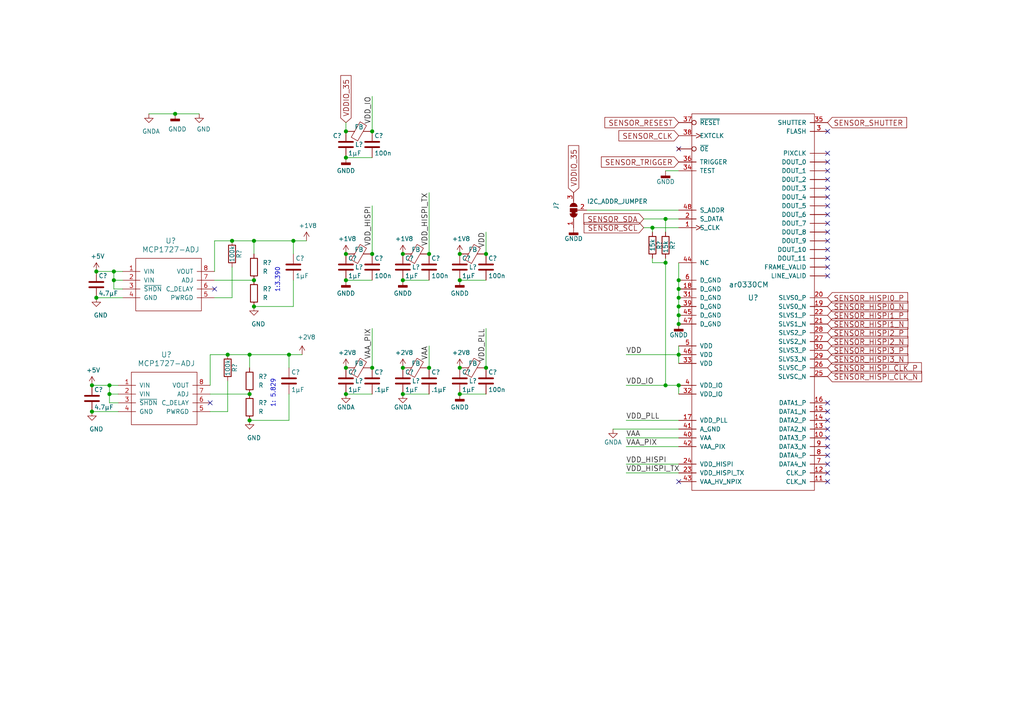
<source format=kicad_sch>
(kicad_sch (version 20201015) (generator eeschema)
  (paper "A4")
  (lib_symbols
    (symbol "Device:C" (pin_numbers hide) (pin_names (offset 0.254))
      (property "Reference" "C" (at 0.635 2.54 0))
      (property "Value" "C" (at 0.635 -2.54 0))
      (symbol "C_0_1"
        (polyline (pts (xy -2.032 -0.762) (xy 2.032 -0.762)) (stroke (width 0.508)))
        (polyline (pts (xy -2.032 0.762) (xy 2.032 0.762)) (stroke (width 0.508)))
      )
      (symbol "C_1_1"
        (pin passive line (at 0 3.81 270) (length 2.794) (name "~") (number "1"))
        (pin passive line (at 0 -3.81 90) (length 2.794) (name "~") (number "2"))
      )
    )
    (symbol "Device:FerriteBead" (pin_numbers hide) (pin_names (offset 0))
      (property "Reference" "FB" (at -3.81 0.635 90))
      (property "Value" "FerriteBead" (at 3.81 0 90))
      (symbol "FerriteBead_0_1"
        (polyline (pts (xy 0 -1.27) (xy 0 -1.2192)))
        (polyline (pts (xy 0 1.27) (xy 0 1.2954)))
        (polyline (pts (xy -2.7686 0.4064) (xy -1.7018 2.2606) (xy 2.7686 -0.3048) (xy 1.6764 -2.159) (xy -2.7686 0.4064)))
      )
      (symbol "FerriteBead_1_1"
        (pin passive line (at 0 3.81 270) (length 2.54) (name "~") (number "1"))
        (pin passive line (at 0 -3.81 90) (length 2.54) (name "~") (number "2"))
      )
    )
    (symbol "Device:R" (pin_numbers hide) (pin_names (offset 0))
      (property "Reference" "R" (at 2.032 0 90))
      (property "Value" "R" (at 0 0 90))
      (symbol "R_0_1"
        (rectangle (start -1.016 -2.54) (end 1.016 2.54) (stroke (width 0.254)))
      )
      (symbol "R_1_1"
        (pin passive line (at 0 3.81 270) (length 1.27) (name "~") (number "1"))
        (pin passive line (at 0 -3.81 90) (length 1.27) (name "~") (number "2"))
      )
    )
    (symbol "Jumper:SolderJumper_3_Bridged12" (pin_names (offset 0) hide)
      (property "Reference" "JP" (at -2.54 -2.54 0))
      (property "Value" "SolderJumper_3_Bridged12" (at 0 2.794 0))
      (symbol "SolderJumper_3_Bridged12_0_1"
        (arc (start -1.016 1.016) (end -1.016 -1.016) (radius (at -1.016 0) (length 1.016) (angles 90.1 -90.1)))
        (arc (start -1.016 1.016) (end -1.016 -1.016) (radius (at -1.016 0) (length 1.016) (angles 90.1 -90.1)) (fill (type outline)))
        (arc (start 1.016 -1.016) (end 1.016 1.016) (radius (at 1.016 0) (length 1.016) (angles -89.9 89.9)))
        (arc (start 1.016 -1.016) (end 1.016 1.016) (radius (at 1.016 0) (length 1.016) (angles -89.9 89.9)) (fill (type outline)))
        (rectangle (start -1.016 0.508) (end -0.508 -0.508) (fill (type outline)))
        (rectangle (start -0.508 1.016) (end 0.508 -1.016) (fill (type outline)))
        (polyline (pts (xy -2.54 0) (xy -2.032 0)))
        (polyline (pts (xy -1.016 1.016) (xy -1.016 -1.016)))
        (polyline (pts (xy 0 -1.27) (xy 0 -1.016)))
        (polyline (pts (xy 1.016 1.016) (xy 1.016 -1.016)))
        (polyline (pts (xy 2.54 0) (xy 2.032 0)))
      )
      (symbol "SolderJumper_3_Bridged12_1_1"
        (pin passive line (at -5.08 0 0) (length 2.54) (name "A") (number "1"))
        (pin input line (at 0 -3.81 90) (length 2.54) (name "C") (number "2"))
        (pin passive line (at 5.08 0 180) (length 2.54) (name "B") (number "3"))
      )
    )
    (symbol "ar0330cm:ar0330CM" (pin_names (offset 1.016))
      (property "Reference" "U" (at 0 1.27 0))
      (property "Value" "ar0330CM" (at -1.27 5.08 0))
      (symbol "ar0330CM_0_1"
        (rectangle (start -17.78 54.61) (end 17.78 -54.61))
      )
      (symbol "ar0330CM_1_1"
        (pin input clock (at -21.59 21.59 0) (length 5.08) (name "S_CLK") (number "1"))
        (pin bidirectional line (at -21.59 24.13 0) (length 5.08) (name "S_DATA") (number "2"))
        (pin output line (at 21.59 49.53 180) (length 5.08) (name "FLASH") (number "3"))
        (pin power_in line (at -21.59 -24.13 0) (length 5.08) (name "VDD_IO") (number "4"))
        (pin power_in line (at -21.59 -12.7 0) (length 5.08) (name "VDD") (number "5"))
        (pin power_in line (at -21.59 6.35 0) (length 5.08) (name "D_GND") (number "6"))
        (pin output line (at 21.59 -46.99 180) (length 5.08) (name "DATA4_N") (number "7"))
        (pin output line (at 21.59 -44.45 180) (length 5.08) (name "DATA4_P") (number "8"))
        (pin output line (at 21.59 -41.91 180) (length 5.08) (name "DATA3_N") (number "9"))
        (pin output line (at 21.59 40.64 180) (length 5.08) (name "DOUT_0") (number "~"))
        (pin output line (at 21.59 38.1 180) (length 5.08) (name "DOUT_1") (number "~"))
        (pin output line (at 21.59 15.24 180) (length 5.08) (name "DOUT_10") (number "~"))
        (pin output line (at 21.59 12.7 180) (length 5.08) (name "DOUT_11") (number "~"))
        (pin output line (at 21.59 35.56 180) (length 5.08) (name "DOUT_2") (number "~"))
        (pin output line (at 21.59 33.02 180) (length 5.08) (name "DOUT_3") (number "~"))
        (pin output line (at 21.59 30.48 180) (length 5.08) (name "DOUT_4") (number "~"))
        (pin output line (at 21.59 27.94 180) (length 5.08) (name "DOUT_5") (number "~"))
        (pin output line (at 21.59 25.4 180) (length 5.08) (name "DOUT_6") (number "~"))
        (pin output line (at 21.59 22.86 180) (length 5.08) (name "DOUT_7") (number "~"))
        (pin output line (at 21.59 20.32 180) (length 5.08) (name "DOUT_8") (number "~"))
        (pin output line (at 21.59 17.78 180) (length 5.08) (name "DOUT_9") (number "~"))
        (pin output line (at 21.59 10.16 180) (length 5.08) (name "FRAME_VALID") (number "~"))
        (pin output line (at 21.59 7.62 180) (length 5.08) (name "LINE_VALID") (number "~"))
        (pin output line (at 21.59 43.18 180) (length 5.08) (name "PIXCLK") (number "~"))
        (pin unconnected inverted (at -21.59 44.45 0) (length 5.08) (name "~OE") (number "~"))
        (pin output line (at 21.59 -39.37 180) (length 5.08) (name "DATA3_P") (number "10"))
        (pin output line (at 21.59 1.27 180) (length 5.08) (name "SLVS0_P") (number "20"))
        (pin output line (at 21.59 -13.97 180) (length 5.08) (name "SLVS3_P") (number "30"))
        (pin power_in line (at -21.59 -39.37 0) (length 5.08) (name "VAA") (number "40"))
        (pin output line (at 21.59 -52.07 180) (length 5.08) (name "CLK_N") (number "11"))
        (pin output line (at 21.59 -6.35 180) (length 5.08) (name "SLVS1_N") (number "21"))
        (pin power_in line (at -21.59 1.27 0) (length 5.08) (name "D_GND") (number "31"))
        (pin power_in line (at -21.59 -36.83 0) (length 5.08) (name "A_GND") (number "41"))
        (pin output line (at 21.59 -49.53 180) (length 5.08) (name "CLK_P") (number "12"))
        (pin output line (at 21.59 -3.81 180) (length 5.08) (name "SLVS1_P") (number "22"))
        (pin power_in line (at -21.59 -26.67 0) (length 5.08) (name "VDD_IO") (number "32"))
        (pin power_in line (at -21.59 -41.91 0) (length 5.08) (name "VAA_PIX") (number "42"))
        (pin output line (at 21.59 -36.83 180) (length 5.08) (name "DATA2_N") (number "13"))
        (pin power_in line (at -21.59 -49.53 0) (length 5.08) (name "VDD_HISPI_TX") (number "23"))
        (pin power_in line (at -21.59 -17.78 0) (length 5.08) (name "VDD") (number "33"))
        (pin power_in line (at -21.59 -52.07 0) (length 5.08) (name "VAA_HV_NPIX") (number "43"))
        (pin output line (at 21.59 -34.29 180) (length 5.08) (name "DATA2_P") (number "14"))
        (pin power_in line (at -21.59 -46.99 0) (length 5.08) (name "VDD_HISPI") (number "24"))
        (pin input line (at -21.59 38.1 0) (length 5.08) (name "TEST") (number "34"))
        (pin power_in line (at -21.59 11.43 0) (length 5.08) (name "NC") (number "44"))
        (pin output line (at 21.59 -31.75 180) (length 5.08) (name "DATA1_N") (number "15"))
        (pin output line (at 21.59 -21.59 180) (length 5.08) (name "SLVSC_N") (number "25"))
        (pin output line (at 21.59 52.07 180) (length 5.08) (name "SHUTTER") (number "35"))
        (pin power_in line (at -21.59 -3.81 0) (length 5.08) (name "D_GND") (number "45"))
        (pin output line (at 21.59 -29.21 180) (length 5.08) (name "DATA1_P") (number "16"))
        (pin output line (at 21.59 -19.05 180) (length 5.08) (name "SLVSC_P") (number "26"))
        (pin input line (at -21.59 40.64 0) (length 5.08) (name "TRIGGER") (number "36"))
        (pin power_in line (at -21.59 -15.24 0) (length 5.08) (name "VDD") (number "46"))
        (pin power_in line (at -21.59 -34.29 0) (length 5.08) (name "VDD_PLL") (number "17"))
        (pin output line (at 21.59 -11.43 180) (length 5.08) (name "SLVS2_N") (number "27"))
        (pin input inverted (at -21.59 52.07 0) (length 5.08) (name "~RESET") (number "37"))
        (pin power_in line (at -21.59 -6.35 0) (length 5.08) (name "D_GND") (number "47"))
        (pin power_in line (at -21.59 3.81 0) (length 5.08) (name "D_GND") (number "18"))
        (pin output line (at 21.59 -8.89 180) (length 5.08) (name "SLVS2_P") (number "28"))
        (pin input clock (at -21.59 48.26 0) (length 5.08) (name "EXTCLK") (number "38"))
        (pin input line (at -21.59 26.67 0) (length 5.08) (name "S_ADDR") (number "48"))
        (pin output line (at 21.59 -1.27 180) (length 5.08) (name "SLVS0_N") (number "19"))
        (pin output line (at 21.59 -16.51 180) (length 5.08) (name "SLVS3_N") (number "29"))
        (pin power_in line (at -21.59 -1.27 0) (length 5.08) (name "D_GND") (number "39"))
      )
    )
    (symbol "parts:MCP1727-ADJ" (pin_names (offset 1.016))
      (property "Reference" "U" (at 0 -8.89 0))
      (property "Value" "MCP1727-ADJ" (at 0 8.89 0))
      (symbol "MCP1727-ADJ_0_1"
        (rectangle (start -8.89 7.62) (end 10.16 -7.62))
      )
      (symbol "MCP1727-ADJ_1_1"
        (pin power_in line (at -12.7 3.81 0) (length 5.08) (name "VIN") (number "1"))
        (pin power_in line (at -12.7 1.27 0) (length 5.08) (name "VIN") (number "2"))
        (pin input line (at -12.7 -1.27 0) (length 5.08) (name "~SHDN") (number "3"))
        (pin power_in line (at -12.7 -3.81 0) (length 5.08) (name "GND") (number "4"))
        (pin output line (at 13.97 -3.81 180) (length 5.08) (name "PWRGD") (number "5"))
        (pin input line (at 13.97 -1.27 180) (length 5.08) (name "C_DELAY") (number "6"))
        (pin input line (at 13.97 1.27 180) (length 5.08) (name "ADJ") (number "7"))
        (pin power_out line (at 13.97 3.81 180) (length 5.08) (name "VOUT") (number "8"))
      )
    )
    (symbol "power:+1V8" (power) (pin_names (offset 0))
      (property "Value" "+1V8" (at 0 3.556 0))
      (symbol "+1V8_0_1"
        (polyline (pts (xy -0.762 1.27) (xy 0 2.54)))
        (polyline (pts (xy 0 0) (xy 0 2.54)))
        (polyline (pts (xy 0 2.54) (xy 0.762 1.27)))
      )
      (symbol "+1V8_1_1"
        (pin power_in line (at 0 0 90) (length 0) hide (name "+1V8") (number "1"))
      )
    )
    (symbol "power:+2V8" (power) (pin_names (offset 0))
      (property "Value" "+2V8" (at 0 3.556 0))
      (symbol "+2V8_0_1"
        (polyline (pts (xy -0.762 1.27) (xy 0 2.54)))
        (polyline (pts (xy 0 0) (xy 0 2.54)))
        (polyline (pts (xy 0 2.54) (xy 0.762 1.27)))
      )
      (symbol "+2V8_1_1"
        (pin power_in line (at 0 0 90) (length 0) hide (name "+2V8") (number "1"))
      )
    )
    (symbol "power:+5V" (power) (pin_names (offset 0))
      (property "Value" "+5V" (at 0 3.556 0))
      (symbol "+5V_0_1"
        (polyline (pts (xy -0.762 1.27) (xy 0 2.54)))
        (polyline (pts (xy 0 0) (xy 0 2.54)))
        (polyline (pts (xy 0 2.54) (xy 0.762 1.27)))
      )
      (symbol "+5V_1_1"
        (pin power_in line (at 0 0 90) (length 0) hide (name "+5V") (number "1"))
      )
    )
    (symbol "power:GND" (power) (pin_names (offset 0))
      (property "Value" "GND" (at 0 -3.81 0))
      (symbol "GND_0_1"
        (polyline (pts (xy 0 0) (xy 0 -1.27) (xy 1.27 -1.27) (xy 0 -2.54) (xy -1.27 -1.27) (xy 0 -1.27)))
      )
      (symbol "GND_1_1"
        (pin power_in line (at 0 0 270) (length 0) hide (name "GND") (number "1"))
      )
    )
    (symbol "power:GNDA" (power) (pin_names (offset 0))
      (property "Value" "GNDA" (at 0 -3.81 0))
      (symbol "GNDA_0_1"
        (polyline (pts (xy 0 0) (xy 0 -1.27) (xy 1.27 -1.27) (xy 0 -2.54) (xy -1.27 -1.27) (xy 0 -1.27)))
      )
      (symbol "GNDA_1_1"
        (pin power_in line (at 0 0 270) (length 0) hide (name "GNDA") (number "1"))
      )
    )
    (symbol "power:GNDD" (power) (pin_names (offset 0))
      (property "Value" "GNDD" (at 0 -3.175 0))
      (symbol "GNDD_0_1"
        (rectangle (start -1.27 -1.524) (end 1.27 -2.032) (stroke (width 0.254)) (fill (type outline)))
        (polyline (pts (xy 0 0) (xy 0 -1.524)))
      )
      (symbol "GNDD_1_1"
        (pin power_in line (at 0 0 270) (length 0) hide (name "GNDD") (number "1"))
      )
    )
  )
  (junction (at 26.67 111.76) (diameter 1.016))
  (junction (at 26.67 119.38) (diameter 1.016))
  (junction (at 27.94 78.74) (diameter 1.016))
  (junction (at 27.94 86.36) (diameter 1.016))
  (junction (at 31.75 111.76) (diameter 1.016))
  (junction (at 31.75 114.3) (diameter 1.016))
  (junction (at 33.02 78.74) (diameter 1.016))
  (junction (at 33.02 81.28) (diameter 1.016))
  (junction (at 50.8 33.02) (diameter 1.016))
  (junction (at 66.04 102.87) (diameter 1.016))
  (junction (at 67.31 69.85) (diameter 1.016))
  (junction (at 72.39 102.87) (diameter 1.016))
  (junction (at 72.39 114.3) (diameter 1.016))
  (junction (at 72.39 121.92) (diameter 1.016))
  (junction (at 73.66 69.85) (diameter 1.016))
  (junction (at 73.66 81.28) (diameter 1.016))
  (junction (at 73.66 88.9) (diameter 1.016))
  (junction (at 83.82 102.87) (diameter 1.016))
  (junction (at 85.09 69.85) (diameter 1.016))
  (junction (at 100.33 38.1) (diameter 1.016))
  (junction (at 100.33 45.72) (diameter 1.016))
  (junction (at 100.33 73.66) (diameter 1.016))
  (junction (at 100.33 81.28) (diameter 1.016))
  (junction (at 100.33 106.68) (diameter 1.016))
  (junction (at 100.33 114.3) (diameter 1.016))
  (junction (at 107.95 38.1) (diameter 1.016))
  (junction (at 107.95 73.66) (diameter 1.016))
  (junction (at 107.95 106.68) (diameter 1.016))
  (junction (at 116.84 73.66) (diameter 1.016))
  (junction (at 116.84 81.28) (diameter 1.016))
  (junction (at 116.84 106.68) (diameter 1.016))
  (junction (at 116.84 114.3) (diameter 1.016))
  (junction (at 124.46 73.66) (diameter 1.016))
  (junction (at 124.46 106.68) (diameter 1.016))
  (junction (at 133.35 73.66) (diameter 1.016))
  (junction (at 133.35 81.28) (diameter 1.016))
  (junction (at 133.35 106.68) (diameter 1.016))
  (junction (at 133.35 114.3) (diameter 1.016))
  (junction (at 140.97 73.66) (diameter 1.016))
  (junction (at 140.97 106.68) (diameter 1.016))
  (junction (at 189.23 66.04) (diameter 1.016))
  (junction (at 193.04 63.5) (diameter 1.016))
  (junction (at 193.04 76.2) (diameter 1.016))
  (junction (at 193.04 111.76) (diameter 1.016))
  (junction (at 196.85 81.28) (diameter 1.016))
  (junction (at 196.85 83.82) (diameter 1.016))
  (junction (at 196.85 86.36) (diameter 1.016))
  (junction (at 196.85 88.9) (diameter 1.016))
  (junction (at 196.85 91.44) (diameter 1.016))
  (junction (at 196.85 93.98) (diameter 1.016))
  (junction (at 196.85 102.87) (diameter 1.016))
  (junction (at 196.85 111.76) (diameter 1.016))
  (no_connect (at 60.96 116.84))
  (no_connect (at 62.23 83.82))
  (no_connect (at 196.85 43.18))
  (no_connect (at 196.85 139.7))
  (no_connect (at 240.03 38.1))
  (no_connect (at 240.03 44.45))
  (no_connect (at 240.03 46.99))
  (no_connect (at 240.03 49.53))
  (no_connect (at 240.03 52.07))
  (no_connect (at 240.03 54.61))
  (no_connect (at 240.03 57.15))
  (no_connect (at 240.03 59.69))
  (no_connect (at 240.03 62.23))
  (no_connect (at 240.03 64.77))
  (no_connect (at 240.03 67.31))
  (no_connect (at 240.03 69.85))
  (no_connect (at 240.03 72.39))
  (no_connect (at 240.03 74.93))
  (no_connect (at 240.03 77.47))
  (no_connect (at 240.03 80.01))
  (no_connect (at 240.03 116.84))
  (no_connect (at 240.03 119.38))
  (no_connect (at 240.03 121.92))
  (no_connect (at 240.03 124.46))
  (no_connect (at 240.03 127))
  (no_connect (at 240.03 129.54))
  (no_connect (at 240.03 132.08))
  (no_connect (at 240.03 134.62))
  (no_connect (at 240.03 137.16))
  (no_connect (at 240.03 139.7))
  (wire (pts (xy 26.67 111.76) (xy 31.75 111.76)))
  (wire (pts (xy 26.67 119.38) (xy 34.29 119.38)))
  (wire (pts (xy 27.94 78.74) (xy 33.02 78.74)))
  (wire (pts (xy 27.94 86.36) (xy 35.56 86.36)))
  (wire (pts (xy 31.75 111.76) (xy 31.75 114.3)))
  (wire (pts (xy 31.75 111.76) (xy 34.29 111.76)))
  (wire (pts (xy 31.75 114.3) (xy 31.75 116.84)))
  (wire (pts (xy 31.75 114.3) (xy 34.29 114.3)))
  (wire (pts (xy 31.75 116.84) (xy 34.29 116.84)))
  (wire (pts (xy 33.02 78.74) (xy 33.02 81.28)))
  (wire (pts (xy 33.02 78.74) (xy 35.56 78.74)))
  (wire (pts (xy 33.02 81.28) (xy 33.02 83.82)))
  (wire (pts (xy 33.02 81.28) (xy 35.56 81.28)))
  (wire (pts (xy 33.02 83.82) (xy 35.56 83.82)))
  (wire (pts (xy 43.18 33.02) (xy 50.8 33.02)))
  (wire (pts (xy 50.8 33.02) (xy 57.785 33.02)))
  (wire (pts (xy 60.96 102.87) (xy 60.96 111.76)))
  (wire (pts (xy 60.96 102.87) (xy 66.04 102.87)))
  (wire (pts (xy 60.96 114.3) (xy 72.39 114.3)))
  (wire (pts (xy 60.96 119.38) (xy 66.04 119.38)))
  (wire (pts (xy 62.23 69.85) (xy 62.23 78.74)))
  (wire (pts (xy 62.23 69.85) (xy 67.31 69.85)))
  (wire (pts (xy 62.23 81.28) (xy 73.66 81.28)))
  (wire (pts (xy 62.23 86.36) (xy 67.31 86.36)))
  (wire (pts (xy 66.04 119.38) (xy 66.04 110.49)))
  (wire (pts (xy 67.31 86.36) (xy 67.31 77.47)))
  (wire (pts (xy 72.39 102.87) (xy 66.04 102.87)))
  (wire (pts (xy 72.39 106.68) (xy 72.39 102.87)))
  (wire (pts (xy 73.66 69.85) (xy 67.31 69.85)))
  (wire (pts (xy 73.66 73.66) (xy 73.66 69.85)))
  (wire (pts (xy 83.82 102.87) (xy 72.39 102.87)))
  (wire (pts (xy 83.82 102.87) (xy 87.63 102.87)))
  (wire (pts (xy 83.82 106.68) (xy 83.82 102.87)))
  (wire (pts (xy 83.82 114.3) (xy 83.82 121.92)))
  (wire (pts (xy 83.82 121.92) (xy 72.39 121.92)))
  (wire (pts (xy 85.09 69.85) (xy 73.66 69.85)))
  (wire (pts (xy 85.09 69.85) (xy 88.9 69.85)))
  (wire (pts (xy 85.09 73.66) (xy 85.09 69.85)))
  (wire (pts (xy 85.09 81.28) (xy 85.09 88.9)))
  (wire (pts (xy 85.09 88.9) (xy 73.66 88.9)))
  (wire (pts (xy 100.33 38.1) (xy 100.33 35.56)))
  (wire (pts (xy 100.33 45.72) (xy 107.95 45.72)))
  (wire (pts (xy 107.95 38.1) (xy 107.95 27.94)))
  (wire (pts (xy 107.95 59.69) (xy 107.95 73.66)))
  (wire (pts (xy 107.95 81.28) (xy 100.33 81.28)))
  (wire (pts (xy 107.95 95.25) (xy 107.95 106.68)))
  (wire (pts (xy 107.95 114.3) (xy 100.33 114.3)))
  (wire (pts (xy 124.46 55.88) (xy 124.46 73.66)))
  (wire (pts (xy 124.46 81.28) (xy 116.84 81.28)))
  (wire (pts (xy 124.46 100.33) (xy 124.46 106.68)))
  (wire (pts (xy 124.46 114.3) (xy 116.84 114.3)))
  (wire (pts (xy 133.35 81.28) (xy 140.97 81.28)))
  (wire (pts (xy 140.97 73.66) (xy 140.97 67.31)))
  (wire (pts (xy 140.97 95.25) (xy 140.97 106.68)))
  (wire (pts (xy 140.97 114.3) (xy 133.35 114.3)))
  (wire (pts (xy 170.18 60.96) (xy 196.85 60.96)))
  (wire (pts (xy 177.8 124.46) (xy 196.85 124.46)))
  (wire (pts (xy 181.61 102.87) (xy 196.85 102.87)))
  (wire (pts (xy 181.61 111.76) (xy 193.04 111.76)))
  (wire (pts (xy 181.61 121.92) (xy 196.85 121.92)))
  (wire (pts (xy 181.61 127) (xy 196.85 127)))
  (wire (pts (xy 181.61 129.54) (xy 196.85 129.54)))
  (wire (pts (xy 181.61 134.62) (xy 196.85 134.62)))
  (wire (pts (xy 181.61 137.16) (xy 196.85 137.16)))
  (wire (pts (xy 186.69 63.5) (xy 193.04 63.5)))
  (wire (pts (xy 186.69 66.04) (xy 189.23 66.04)))
  (wire (pts (xy 189.23 66.04) (xy 196.85 66.04)))
  (wire (pts (xy 189.23 67.31) (xy 189.23 66.04)))
  (wire (pts (xy 189.23 74.93) (xy 189.23 76.2)))
  (wire (pts (xy 189.23 76.2) (xy 193.04 76.2)))
  (wire (pts (xy 193.04 63.5) (xy 196.85 63.5)))
  (wire (pts (xy 193.04 67.31) (xy 193.04 63.5)))
  (wire (pts (xy 193.04 74.93) (xy 193.04 76.2)))
  (wire (pts (xy 193.04 76.2) (xy 193.04 111.76)))
  (wire (pts (xy 193.04 111.76) (xy 196.85 111.76)))
  (wire (pts (xy 196.85 49.53) (xy 193.04 49.53)))
  (wire (pts (xy 196.85 76.2) (xy 196.85 81.28)))
  (wire (pts (xy 196.85 81.28) (xy 196.85 83.82)))
  (wire (pts (xy 196.85 83.82) (xy 196.85 86.36)))
  (wire (pts (xy 196.85 86.36) (xy 196.85 88.9)))
  (wire (pts (xy 196.85 88.9) (xy 196.85 91.44)))
  (wire (pts (xy 196.85 91.44) (xy 196.85 93.98)))
  (wire (pts (xy 196.85 100.33) (xy 196.85 102.87)))
  (wire (pts (xy 196.85 102.87) (xy 196.85 105.41)))
  (wire (pts (xy 196.85 111.76) (xy 196.85 114.3)))
  (text "1: 5.829" (at 80.01 109.855 270) (effects (font (size 1.27 1.27)) (justify right bottom)))
  (text "1:3.390" (at 81.28 77.47 270) (effects (font (size 1.27 1.27)) (justify right bottom)))
  (label "VDD_IO" (at 107.95 27.94 270) (effects (font (size 1.524 1.524))))
  (label "VDD_HISPI" (at 107.95 59.69 270) (effects (font (size 1.524 1.524))))
  (label "VAA_PIX" (at 107.95 95.25 270) (effects (font (size 1.524 1.524))))
  (label "VDD_HISPI_TX" (at 124.46 55.88 270) (effects (font (size 1.524 1.524))))
  (label "VAA" (at 124.46 100.33 270) (effects (font (size 1.524 1.524))))
  (label "VDD" (at 140.97 67.31 270) (effects (font (size 1.524 1.524))))
  (label "VDD_PLL" (at 140.97 95.25 270) (effects (font (size 1.524 1.524))))
  (label "VDD" (at 181.61 102.87 0) (effects (font (size 1.524 1.524))))
  (label "VDD_IO" (at 181.61 111.76 0) (effects (font (size 1.524 1.524))))
  (label "VDD_PLL" (at 181.61 121.92 0) (effects (font (size 1.524 1.524))))
  (label "VAA" (at 181.61 127 0) (effects (font (size 1.524 1.524))))
  (label "VAA_PIX" (at 181.61 129.54 0) (effects (font (size 1.524 1.524))))
  (label "VDD_HISPI" (at 181.61 134.62 0) (effects (font (size 1.524 1.524))))
  (label "VDD_HISPI_TX" (at 181.61 137.16 0) (effects (font (size 1.524 1.524))))
  (global_label "VDDIO_35" (shape input) (at 100.33 35.56 90) (property "Intersheet References" "${INTERSHEET_REFS}" (effects hide)) (effects (font (size 1.524 1.524))))
  (global_label "VDDIO_35" (shape input) (at 166.37 55.88 90) (property "Intersheet References" "${INTERSHEET_REFS}" (effects hide)) (effects (font (size 1.524 1.524))))
  (global_label "SENSOR_SDA" (shape input) (at 186.69 63.5 180) (property "Intersheet References" "${INTERSHEET_REFS}" (effects hide)) (effects (font (size 1.524 1.524))))
  (global_label "SENSOR_SCL" (shape input) (at 186.69 66.04 180) (property "Intersheet References" "${INTERSHEET_REFS}" (effects hide)) (effects (font (size 1.524 1.524))))
  (global_label "SENSOR_RESEST" (shape input) (at 196.85 35.56 180) (property "Intersheet References" "${INTERSHEET_REFS}" (effects hide)) (effects (font (size 1.524 1.524))))
  (global_label "SENSOR_CLK" (shape input) (at 196.85 39.37 180) (property "Intersheet References" "${INTERSHEET_REFS}" (effects hide)) (effects (font (size 1.524 1.524))))
  (global_label "SENSOR_TRIGGER" (shape input) (at 196.85 46.99 180) (property "Intersheet References" "${INTERSHEET_REFS}" (effects hide)) (effects (font (size 1.524 1.524))))
  (global_label "SENSOR_SHUTTER" (shape input) (at 240.03 35.56 0) (property "Intersheet References" "${INTERSHEET_REFS}" (effects hide)) (effects (font (size 1.524 1.524))))
  (global_label "SENSOR_HISPI0_P" (shape input) (at 240.03 86.36 0) (property "Intersheet References" "${INTERSHEET_REFS}" (effects hide)) (effects (font (size 1.524 1.524))))
  (global_label "SENSOR_HISPI0_N" (shape input) (at 240.03 88.9 0) (property "Intersheet References" "${INTERSHEET_REFS}" (effects hide)) (effects (font (size 1.524 1.524))))
  (global_label "SENSOR_HISPI1_P" (shape input) (at 240.03 91.44 0) (property "Intersheet References" "${INTERSHEET_REFS}" (effects hide)) (effects (font (size 1.524 1.524))))
  (global_label "SENSOR_HISPI1_N" (shape input) (at 240.03 93.98 0) (property "Intersheet References" "${INTERSHEET_REFS}" (effects hide)) (effects (font (size 1.524 1.524))))
  (global_label "SENSOR_HISPI2_P" (shape input) (at 240.03 96.52 0) (property "Intersheet References" "${INTERSHEET_REFS}" (effects hide)) (effects (font (size 1.524 1.524))))
  (global_label "SENSOR_HISPI2_N" (shape input) (at 240.03 99.06 0) (property "Intersheet References" "${INTERSHEET_REFS}" (effects hide)) (effects (font (size 1.524 1.524))))
  (global_label "SENSOR_HISPI3_P" (shape input) (at 240.03 101.6 0) (property "Intersheet References" "${INTERSHEET_REFS}" (effects hide)) (effects (font (size 1.524 1.524))))
  (global_label "SENSOR_HISPI3_N" (shape input) (at 240.03 104.14 0) (property "Intersheet References" "${INTERSHEET_REFS}" (effects hide)) (effects (font (size 1.524 1.524))))
  (global_label "SENSOR_HISPI_CLK_P" (shape input) (at 240.03 106.68 0) (property "Intersheet References" "${INTERSHEET_REFS}" (effects hide)) (effects (font (size 1.524 1.524))))
  (global_label "SENSOR_HISPI_CLK_N" (shape input) (at 240.03 109.22 0) (property "Intersheet References" "${INTERSHEET_REFS}" (effects hide)) (effects (font (size 1.524 1.524))))
  (symbol (lib_id "power:+5V") (at 26.67 111.76 0) (unit 1)
    (property "Reference" "#PWR?" (effects hide))
    (property "Value" "+5V" (at 27.051 107.3658 0))
  )
  (symbol (lib_id "power:+5V") (at 27.94 78.74 0) (unit 1)
    (property "Reference" "#PWR?" (effects hide))
    (property "Value" "+5V" (at 28.321 74.3458 0))
  )
  (symbol (lib_id "power:+2V8") (at 87.63 102.87 0) (unit 1)
    (property "Reference" "#PWR?" (effects hide))
    (property "Value" "+2V8" (at 88.9 97.79 0))
  )
  (symbol (lib_id "power:+1V8") (at 88.9 69.85 0) (unit 1)
    (property "Reference" "#PWR?" (effects hide))
    (property "Value" "+1V8" (at 89.281 65.4558 0))
  )
  (symbol (lib_id "power:+1V8") (at 100.33 73.66 0) (unit 1)
    (property "Reference" "#PWR?" (effects hide))
    (property "Value" "+1V8" (at 100.711 69.2658 0))
  )
  (symbol (lib_id "power:+2V8") (at 100.33 106.68 0) (unit 1)
    (property "Reference" "#PWR?" (effects hide))
    (property "Value" "+2V8" (at 100.711 102.2858 0))
  )
  (symbol (lib_id "power:+1V8") (at 116.84 73.66 0) (unit 1)
    (property "Reference" "#PWR?" (effects hide))
    (property "Value" "+1V8" (at 117.221 69.2658 0))
  )
  (symbol (lib_id "power:+2V8") (at 116.84 106.68 0) (unit 1)
    (property "Reference" "#PWR?" (effects hide))
    (property "Value" "+2V8" (at 117.221 102.2858 0))
  )
  (symbol (lib_id "power:+1V8") (at 133.35 73.66 0) (unit 1)
    (property "Reference" "#PWR?" (effects hide))
    (property "Value" "+1V8" (at 133.731 69.2658 0))
  )
  (symbol (lib_id "power:+2V8") (at 133.35 106.68 0) (unit 1)
    (property "Reference" "#PWR?" (effects hide))
    (property "Value" "+2V8" (at 133.731 102.2858 0))
  )
  (symbol (lib_id "power:GNDD") (at 50.8 33.02 0) (unit 1)
    (property "Reference" "#PWR?" (effects hide))
    (property "Value" "GNDD" (at 51.435 37.465 0))
  )
  (symbol (lib_id "power:GNDD") (at 100.33 45.72 0) (unit 1)
    (property "Reference" "#PWR?" (effects hide))
    (property "Value" "GNDD" (at 100.33 49.53 0))
  )
  (symbol (lib_id "power:GNDD") (at 100.33 81.28 0) (unit 1)
    (property "Reference" "#PWR?" (effects hide))
    (property "Value" "GNDD" (at 100.33 85.09 0))
  )
  (symbol (lib_id "power:GNDD") (at 116.84 81.28 0) (unit 1)
    (property "Reference" "#PWR?" (effects hide))
    (property "Value" "GNDD" (at 116.84 85.09 0))
  )
  (symbol (lib_id "power:GNDD") (at 133.35 81.28 0) (unit 1)
    (property "Reference" "#PWR?" (effects hide))
    (property "Value" "GNDD" (at 133.35 85.09 0))
  )
  (symbol (lib_id "power:GNDD") (at 133.35 114.3 0) (unit 1)
    (property "Reference" "#PWR?" (effects hide))
    (property "Value" "GNDD" (at 133.35 118.11 0))
  )
  (symbol (lib_id "power:GNDD") (at 166.37 66.04 0) (unit 1)
    (property "Reference" "#PWR?" (effects hide))
    (property "Value" "GNDD" (at 166.37 69.215 0))
  )
  (symbol (lib_id "power:GNDD") (at 193.04 49.53 0) (unit 1)
    (property "Reference" "#PWR?" (effects hide))
    (property "Value" "GNDD" (at 193.04 52.705 0))
  )
  (symbol (lib_id "power:GNDD") (at 196.85 93.98 0) (unit 1)
    (property "Reference" "#PWR?" (effects hide))
    (property "Value" "GNDD" (at 196.85 97.155 0))
  )
  (symbol (lib_id "power:GND") (at 26.67 119.38 0) (unit 1)
    (property "Reference" "#PWR?" (effects hide))
    (property "Value" "GND" (at 27.94 124.46 0))
  )
  (symbol (lib_id "power:GND") (at 27.94 86.36 0) (unit 1)
    (property "Reference" "#PWR?" (effects hide))
    (property "Value" "GND" (at 29.21 91.44 0))
  )
  (symbol (lib_id "power:GNDA") (at 43.18 33.02 0) (unit 1)
    (property "Reference" "#PWR?" (effects hide))
    (property "Value" "GNDA" (at 43.815 38.1 0))
  )
  (symbol (lib_id "power:GND") (at 57.785 33.02 0) (unit 1)
    (property "Reference" "#PWR?" (effects hide))
    (property "Value" "GND" (at 59.055 37.465 0))
  )
  (symbol (lib_id "power:GND") (at 72.39 121.92 0) (unit 1)
    (property "Reference" "#PWR?" (effects hide))
    (property "Value" "GND" (at 73.66 127 0))
  )
  (symbol (lib_id "power:GND") (at 73.66 88.9 0) (unit 1)
    (property "Reference" "#PWR?" (effects hide))
    (property "Value" "GND" (at 74.93 93.98 0))
  )
  (symbol (lib_id "power:GNDA") (at 100.33 114.3 0) (unit 1)
    (property "Reference" "#PWR?" (effects hide))
    (property "Value" "GNDA" (at 100.33 118.11 0))
  )
  (symbol (lib_id "power:GNDA") (at 116.84 114.3 0) (unit 1)
    (property "Reference" "#PWR?" (effects hide))
    (property "Value" "GNDA" (at 116.84 118.11 0))
  )
  (symbol (lib_id "power:GNDA") (at 177.8 124.46 0) (unit 1)
    (property "Reference" "#PWR?" (effects hide))
    (property "Value" "GNDA" (at 177.8 128.27 0))
  )
  (symbol (lib_id "Device:R") (at 66.04 106.68 0) (unit 1)
    (property "Reference" "R?" (at 68.072 106.68 90))
    (property "Value" "100k" (at 66.04 106.68 90))
    (property "Footprint" "Resistors_SMD:R_0603_HandSoldering" (effects hide))
  )
  (symbol (lib_id "Device:R") (at 67.31 73.66 0) (unit 1)
    (property "Reference" "R?" (at 69.342 73.66 90))
    (property "Value" "100k" (at 67.31 73.66 90))
    (property "Footprint" "Resistors_SMD:R_0603_HandSoldering" (effects hide))
  )
  (symbol (lib_id "Device:R") (at 72.39 110.49 0) (unit 1)
    (property "Reference" "R?" (at 74.93 109.22 0) (effects (justify left)))
    (property "Value" "R" (at 74.93 111.76 0) (effects (justify left)))
  )
  (symbol (lib_id "Device:R") (at 72.39 118.11 0) (unit 1)
    (property "Reference" "R?" (at 74.93 116.84 0) (effects (justify left)))
    (property "Value" "R" (at 74.93 119.38 0) (effects (justify left)))
  )
  (symbol (lib_id "Device:R") (at 73.66 77.47 0) (unit 1)
    (property "Reference" "R?" (at 76.2 76.2 0) (effects (justify left)))
    (property "Value" "R" (at 76.2 78.74 0) (effects (justify left)))
  )
  (symbol (lib_id "Device:R") (at 73.66 85.09 0) (unit 1)
    (property "Reference" "R?" (at 76.2 83.82 0) (effects (justify left)))
    (property "Value" "R" (at 76.2 86.36 0) (effects (justify left)))
  )
  (symbol (lib_id "Device:R") (at 189.23 71.12 0) (unit 1)
    (property "Reference" "R?" (at 191.262 71.12 90))
    (property "Value" "15k" (at 189.23 71.12 90))
    (property "Footprint" "Resistors_SMD:R_0603_HandSoldering" (effects hide))
  )
  (symbol (lib_id "Device:R") (at 193.04 71.12 0) (unit 1)
    (property "Reference" "R?" (at 195.072 71.12 90))
    (property "Value" "15k " (at 193.04 71.12 90))
    (property "Footprint" "Resistors_SMD:R_0603_HandSoldering" (effects hide))
  )
  (symbol (lib_id "Device:C") (at 26.67 115.57 0) (unit 1)
    (property "Reference" "C?" (at 27.305 113.03 0) (effects (justify left)))
    (property "Value" "4.7µF" (at 27.305 118.11 0) (effects (justify left)))
    (property "Footprint" "Capacitors_SMD:C_0603_HandSoldering" (effects hide))
  )
  (symbol (lib_id "Device:C") (at 27.94 82.55 0) (unit 1)
    (property "Reference" "C?" (at 28.575 80.01 0) (effects (justify left)))
    (property "Value" "4.7µF" (at 28.575 85.09 0) (effects (justify left)))
    (property "Footprint" "Capacitors_SMD:C_0603_HandSoldering" (effects hide))
  )
  (symbol (lib_id "Device:C") (at 83.82 110.49 0) (unit 1)
    (property "Reference" "C?" (at 84.455 107.95 0) (effects (justify left)))
    (property "Value" "1µF" (at 84.455 113.03 0) (effects (justify left)))
    (property "Footprint" "Capacitors_SMD:C_0402" (effects hide))
  )
  (symbol (lib_id "Device:C") (at 85.09 77.47 0) (unit 1)
    (property "Reference" "C?" (at 85.725 74.93 0) (effects (justify left)))
    (property "Value" "1µF" (at 85.725 80.01 0) (effects (justify left)))
    (property "Footprint" "Capacitors_SMD:C_0402" (effects hide))
  )
  (symbol (lib_id "Device:C") (at 100.33 41.91 0) (unit 1)
    (property "Reference" "C?" (at 96.52 39.37 0) (effects (justify left)))
    (property "Value" "1µF" (at 100.965 44.45 0) (effects (justify left)))
    (property "Footprint" "Capacitors_SMD:C_0402" (effects hide))
  )
  (symbol (lib_id "Device:C") (at 100.33 77.47 0) (unit 1)
    (property "Reference" "C?" (at 100.965 74.93 0) (effects (justify left)))
    (property "Value" "1µF" (at 100.965 80.01 0) (effects (justify left)))
    (property "Footprint" "Capacitors_SMD:C_0402" (effects hide))
  )
  (symbol (lib_id "Device:C") (at 100.33 110.49 0) (unit 1)
    (property "Reference" "C?" (at 100.965 107.95 0) (effects (justify left)))
    (property "Value" "1µF" (at 100.965 113.03 0) (effects (justify left)))
    (property "Footprint" "Capacitors_SMD:C_0402" (effects hide))
  )
  (symbol (lib_id "Device:C") (at 107.95 41.91 0) (unit 1)
    (property "Reference" "C?" (at 108.585 39.37 0) (effects (justify left)))
    (property "Value" "100n" (at 108.585 44.45 0) (effects (justify left)))
    (property "Footprint" "Capacitors_SMD:C_0402" (effects hide))
  )
  (symbol (lib_id "Device:C") (at 107.95 77.47 0) (unit 1)
    (property "Reference" "C?" (at 108.585 74.93 0) (effects (justify left)))
    (property "Value" "100n" (at 108.585 80.01 0) (effects (justify left)))
    (property "Footprint" "Capacitors_SMD:C_0402" (effects hide))
  )
  (symbol (lib_id "Device:C") (at 107.95 110.49 0) (unit 1)
    (property "Reference" "C?" (at 108.585 107.95 0) (effects (justify left)))
    (property "Value" ".1µF" (at 108.585 113.03 0) (effects (justify left)))
    (property "Footprint" "Capacitors_SMD:C_0402" (effects hide))
  )
  (symbol (lib_id "Device:C") (at 116.84 77.47 0) (unit 1)
    (property "Reference" "C?" (at 117.475 74.93 0) (effects (justify left)))
    (property "Value" "1µF" (at 117.475 80.01 0) (effects (justify left)))
    (property "Footprint" "Capacitors_SMD:C_0402" (effects hide))
  )
  (symbol (lib_id "Device:C") (at 116.84 110.49 0) (unit 1)
    (property "Reference" "C?" (at 117.475 107.95 0) (effects (justify left)))
    (property "Value" "1µF" (at 117.475 113.03 0) (effects (justify left)))
    (property "Footprint" "Capacitors_SMD:C_0402" (effects hide))
  )
  (symbol (lib_id "Device:C") (at 124.46 77.47 0) (unit 1)
    (property "Reference" "C?" (at 125.095 74.93 0) (effects (justify left)))
    (property "Value" "100n" (at 125.095 80.01 0) (effects (justify left)))
    (property "Footprint" "Capacitors_SMD:C_0402" (effects hide))
  )
  (symbol (lib_id "Device:C") (at 124.46 110.49 0) (unit 1)
    (property "Reference" "C?" (at 125.095 107.95 0) (effects (justify left)))
    (property "Value" ".1µF" (at 125.095 113.03 0) (effects (justify left)))
    (property "Footprint" "Capacitors_SMD:C_0402" (effects hide))
  )
  (symbol (lib_id "Device:C") (at 133.35 77.47 0) (unit 1)
    (property "Reference" "C?" (at 133.985 74.93 0) (effects (justify left)))
    (property "Value" "1µF" (at 133.985 80.01 0) (effects (justify left)))
    (property "Footprint" "Capacitors_SMD:C_0402" (effects hide))
  )
  (symbol (lib_id "Device:C") (at 133.35 110.49 0) (unit 1)
    (property "Reference" "C?" (at 133.985 107.95 0) (effects (justify left)))
    (property "Value" "1µF" (at 133.985 113.03 0) (effects (justify left)))
    (property "Footprint" "Capacitors_SMD:C_0402" (effects hide))
  )
  (symbol (lib_id "Device:C") (at 140.97 77.47 0) (unit 1)
    (property "Reference" "C?" (at 141.605 74.93 0) (effects (justify left)))
    (property "Value" "100n" (at 141.605 80.01 0) (effects (justify left)))
    (property "Footprint" "Capacitors_SMD:C_0402" (effects hide))
  )
  (symbol (lib_id "Device:C") (at 140.97 110.49 0) (unit 1)
    (property "Reference" "C?" (at 141.605 107.95 0) (effects (justify left)))
    (property "Value" "100n" (at 141.605 113.03 0) (effects (justify left)))
    (property "Footprint" "Capacitors_SMD:C_0402" (effects hide))
  )
  (symbol (lib_id "Device:FerriteBead") (at 104.14 38.1 90) (unit 1)
    (property "Reference" "L?" (at 104.14 41.91 90))
    (property "Value" "FB" (at 104.14 36.83 90))
    (property "Footprint" "parts:ferrite_bead_0402_handsoldering" (effects hide))
  )
  (symbol (lib_id "Device:FerriteBead") (at 104.14 73.66 90) (unit 1)
    (property "Reference" "L?" (at 104.14 77.47 90))
    (property "Value" "FB" (at 104.14 72.39 90))
    (property "Footprint" "parts:ferrite_bead_0402_handsoldering" (effects hide))
  )
  (symbol (lib_id "Device:FerriteBead") (at 104.14 106.68 90) (unit 1)
    (property "Reference" "L?" (at 104.14 110.49 90))
    (property "Value" "FB" (at 104.14 105.41 90))
    (property "Footprint" "parts:ferrite_bead_0402_handsoldering" (effects hide))
  )
  (symbol (lib_id "Device:FerriteBead") (at 120.65 73.66 90) (unit 1)
    (property "Reference" "L?" (at 120.65 77.47 90))
    (property "Value" "FB" (at 120.65 72.39 90))
    (property "Footprint" "parts:ferrite_bead_0402_handsoldering" (effects hide))
  )
  (symbol (lib_id "Device:FerriteBead") (at 120.65 106.68 90) (unit 1)
    (property "Reference" "L?" (at 120.65 110.49 90))
    (property "Value" "FB" (at 120.65 105.41 90))
    (property "Footprint" "parts:ferrite_bead_0402_handsoldering" (effects hide))
  )
  (symbol (lib_id "Device:FerriteBead") (at 137.16 73.66 90) (unit 1)
    (property "Reference" "L?" (at 137.16 77.47 90))
    (property "Value" "FB" (at 137.16 72.39 90))
    (property "Footprint" "parts:ferrite_bead_0402_handsoldering" (effects hide))
  )
  (symbol (lib_id "Device:FerriteBead") (at 137.16 106.68 90) (unit 1)
    (property "Reference" "L?" (at 137.16 110.49 90))
    (property "Value" "FB" (at 137.16 105.41 90))
    (property "Footprint" "parts:ferrite_bead_0402_handsoldering" (effects hide))
  )
  (symbol (lib_id "Jumper:SolderJumper_3_Bridged12") (at 166.37 60.96 90) (unit 1)
    (property "Reference" "J?" (at 161.29 59.69 0))
    (property "Value" "I2C_ADDR_JUMPER" (at 179.045 58.42 90))
    (property "Footprint" "Connectors:GS3" (effects hide))
  )
  (symbol (lib_id "parts:MCP1727-ADJ") (at 46.99 115.57 0) (unit 1)
    (property "Reference" "U?" (at 48.26 102.87 0) (effects (font (size 1.524 1.524))))
    (property "Value" "MCP1727-ADJ" (at 48.26 105.41 0) (effects (font (size 1.524 1.524))))
  )
  (symbol (lib_id "parts:MCP1727-ADJ") (at 48.26 82.55 0) (unit 1)
    (property "Reference" "U?" (at 49.53 69.85 0) (effects (font (size 1.524 1.524))))
    (property "Value" "MCP1727-ADJ" (at 49.53 72.39 0) (effects (font (size 1.524 1.524))))
  )
  (symbol (lib_id "ar0330cm:ar0330CM") (at 218.44 87.63 0) (unit 1)
    (property "Reference" "U?" (at 218.44 86.36 0) (effects (font (size 1.524 1.524))))
    (property "Value" "ar0330CM" (at 217.17 82.55 0) (effects (font (size 1.524 1.524))))
    (property "Footprint" "parts:CLCC48_0.8mm" (effects hide))
  )
)
</source>
